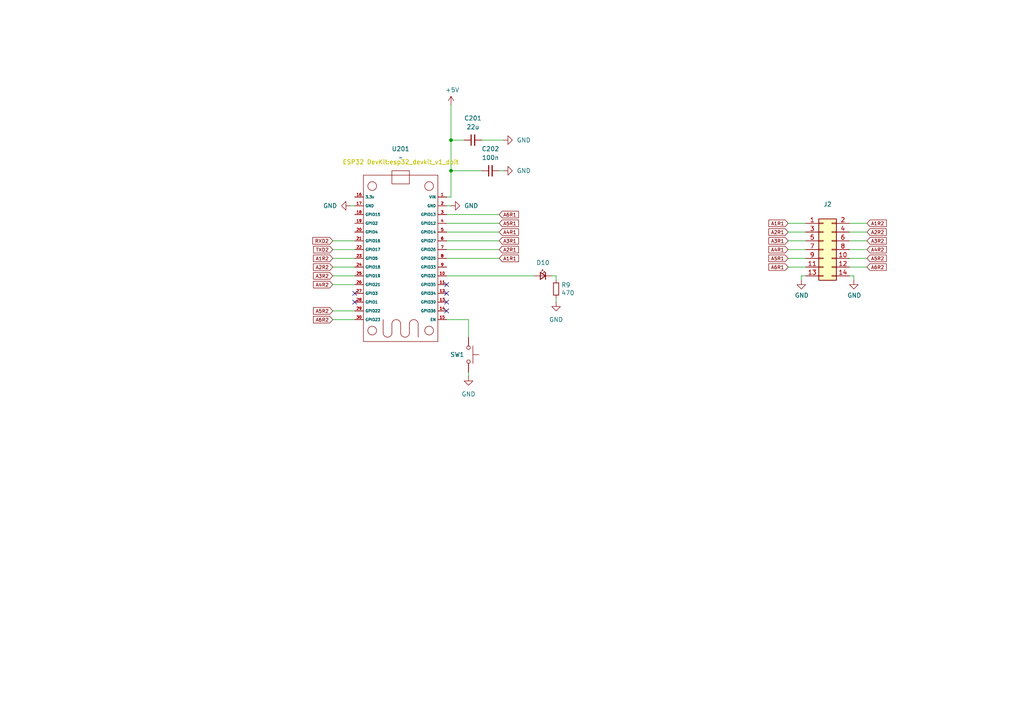
<source format=kicad_sch>
(kicad_sch (version 20250114) (generator "eeschema") (generator_version "9.0")
  (paper "A4")
  (title_block (date "2020-05-17"))
  (lib_symbols
    (symbol "Connector_Generic:Conn_02x07_Odd_Even" (pin_names (offset 1.016) (hide yes))
      (property "Reference" "J" (at 1.27 10.16 0))
      (property "Value" "Conn_02x07_Odd_Even" (at 1.27 -10.16 0))
      (symbol "Conn_02x07_Odd_Even_1_1"
        (rectangle (start -1.27 8.89) (end 3.81 -8.89) (stroke (width 0.254)) (fill (type background)))
        (rectangle (start -1.27 7.747) (end 0 7.493) (stroke (width 0.1524)))
        (rectangle (start -1.27 5.207) (end 0 4.953) (stroke (width 0.1524)))
        (rectangle (start -1.27 2.667) (end 0 2.413) (stroke (width 0.1524)))
        (rectangle (start -1.27 0.127) (end 0 -0.127) (stroke (width 0.1524)))
        (rectangle (start -1.27 -2.413) (end 0 -2.667) (stroke (width 0.1524)))
        (rectangle (start -1.27 -4.953) (end 0 -5.207) (stroke (width 0.1524)))
        (rectangle (start -1.27 -7.493) (end 0 -7.747) (stroke (width 0.1524)))
        (rectangle (start 3.81 7.747) (end 2.54 7.493) (stroke (width 0.1524)))
        (rectangle (start 3.81 5.207) (end 2.54 4.953) (stroke (width 0.1524)))
        (rectangle (start 3.81 2.667) (end 2.54 2.413) (stroke (width 0.1524)))
        (rectangle (start 3.81 0.127) (end 2.54 -0.127) (stroke (width 0.1524)))
        (rectangle (start 3.81 -2.413) (end 2.54 -2.667) (stroke (width 0.1524)))
        (rectangle (start 3.81 -4.953) (end 2.54 -5.207) (stroke (width 0.1524)))
        (rectangle (start 3.81 -7.493) (end 2.54 -7.747) (stroke (width 0.1524)))
        (pin passive line (at -5.08 7.62 0) (length 3.81) (name "Pin_1") (number "1"))
        (pin passive line (at -5.08 5.08 0) (length 3.81) (name "Pin_3") (number "3"))
        (pin passive line (at -5.08 2.54 0) (length 3.81) (name "Pin_5") (number "5"))
        (pin passive line (at -5.08 0 0) (length 3.81) (name "Pin_7") (number "7"))
        (pin passive line (at -5.08 -2.54 0) (length 3.81) (name "Pin_9") (number "9"))
        (pin passive line (at -5.08 -5.08 0) (length 3.81) (name "Pin_11") (number "11"))
        (pin passive line (at -5.08 -7.62 0) (length 3.81) (name "Pin_13") (number "13"))
        (pin passive line (at 7.62 7.62 180) (length 3.81) (name "Pin_2") (number "2"))
        (pin passive line (at 7.62 5.08 180) (length 3.81) (name "Pin_4") (number "4"))
        (pin passive line (at 7.62 2.54 180) (length 3.81) (name "Pin_6") (number "6"))
        (pin passive line (at 7.62 0 180) (length 3.81) (name "Pin_8") (number "8"))
        (pin passive line (at 7.62 -2.54 180) (length 3.81) (name "Pin_10") (number "10"))
        (pin passive line (at 7.62 -5.08 180) (length 3.81) (name "Pin_12") (number "12"))
        (pin passive line (at 7.62 -7.62 180) (length 3.81) (name "Pin_14") (number "14"))
      )
    )
    (symbol "Device:C_Small" (pin_numbers (hide yes)) (pin_names (offset 0.254) (hide yes))
      (property "Reference" "C" (at 0.254 1.778 0))
      (property "Value" "C_Small" (at 0.254 -2.032 0))
      (symbol "C_Small_0_1"
        (polyline (pts (xy -1.524 0.508) (xy 1.524 0.508)) (stroke (width 0.3048)))
        (polyline (pts (xy -1.524 -0.508) (xy 1.524 -0.508)) (stroke (width 0.3302)))
      )
      (symbol "C_Small_1_1"
        (pin passive line (at 0 2.54 270) (length 2.032) (name "~") (number "1"))
        (pin passive line (at 0 -2.54 90) (length 2.032) (name "~") (number "2"))
      )
    )
    (symbol "Device:LED_Small" (pin_numbers (hide yes)) (pin_names (offset 0.254) (hide yes))
      (property "Reference" "D" (at -1.27 3.175 0))
      (property "Value" "LED_Small" (at -4.445 -2.54 0))
      (symbol "LED_Small_0_1"
        (polyline (pts (xy -0.762 -1.016) (xy -0.762 1.016)) (stroke (width 0.254)))
        (polyline (pts (xy 0 0.762) (xy -0.508 1.27) (xy -0.254 1.27) (xy -0.508 1.27) (xy -0.508 1.016)))
        (polyline (pts (xy 0.508 1.27) (xy 0 1.778) (xy 0.254 1.778) (xy 0 1.778) (xy 0 1.524)))
        (polyline (pts (xy 0.762 -1.016) (xy -0.762 0) (xy 0.762 1.016) (xy 0.762 -1.016)) (stroke (width 0.254)))
        (polyline (pts (xy 1.016 0) (xy -0.762 0)))
      )
      (symbol "LED_Small_1_1"
        (pin passive line (at -2.54 0 0) (length 1.778) (name "K") (number "1"))
        (pin passive line (at 2.54 0 180) (length 1.778) (name "A") (number "2"))
      )
    )
    (symbol "Device:R_Small" (pin_numbers (hide yes)) (pin_names (offset 0.254) (hide yes))
      (property "Reference" "R" (at 0.762 0.508 0))
      (property "Value" "R_Small" (at 0.762 -1.016 0))
      (symbol "R_Small_0_1"
        (rectangle (start -0.762 1.778) (end 0.762 -1.778) (stroke (width 0.2032)))
      )
      (symbol "R_Small_1_1"
        (pin passive line (at 0 2.54 270) (length 0.762) (name "~") (number "1"))
        (pin passive line (at 0 -2.54 90) (length 0.762) (name "~") (number "2"))
      )
    )
    (symbol "Switch:SW_Push" (pin_numbers (hide yes)) (pin_names (offset 1.016) (hide yes))
      (property "Reference" "SW" (at 1.27 2.54 0))
      (property "Value" "SW_Push" (at 0 -1.524 0))
      (symbol "SW_Push_0_1"
        (circle (center -2.032 0) (radius 0.508))
        (polyline (pts (xy 0 1.27) (xy 0 3.048)))
        (circle (center 2.032 0) (radius 0.508))
        (polyline (pts (xy 2.54 1.27) (xy -2.54 1.27)))
        (pin passive line (at -5.08 0 0) (length 2.54) (name "1") (number "1"))
        (pin passive line (at 5.08 0 180) (length 2.54) (name "2") (number "2"))
      )
    )
    (symbol "esp32_devkit:ESP32_30Pin"
      (property "Reference" "U" (at 0 0 0))
      (property "Footprint" "ESP32_30pin" (at 0 -2.54 0))
      (symbol "ESP32_30Pin_0_1"
        (rectangle (start -24.13 10.795) (end 24.13 -10.795))
        (polyline (pts (xy -21.59 5.08) (xy -20.32 5.08)))
        (polyline (pts (xy -21.59 2.54) (xy -20.32 2.54)))
        (polyline (pts (xy -21.59 0) (xy -20.32 0)))
        (polyline (pts (xy -21.59 -2.54) (xy -20.32 -2.54)))
        (arc (start -21.5975 2.5325) (mid -22.4933 2.9067) (end -22.8675 3.8025))
        (arc (start -21.5975 -2.5475) (mid -22.4933 -2.1733) (end -22.8675 -1.2775))
        (arc (start -22.86 3.81) (mid -22.4873 4.7073) (end -21.59 5.08))
        (arc (start -22.86 -1.27) (mid -22.4873 -0.3727) (end -21.59 0))
        (circle (center -20.955 8.255) (radius 1.27))
        (circle (center -20.955 -8.255) (radius 1.27))
        (polyline (pts (xy -20.32 5.08) (xy -17.78 5.08)))
        (polyline (pts (xy -20.32 -5.08) (xy -22.86 -5.08)))
        (arc (start -17.7775 1.2675) (mid -18.1502 0.3702) (end -19.0475 -0.0025))
        (arc (start -17.7775 -3.8125) (mid -18.1502 -4.7098) (end -19.0475 -5.0825))
        (arc (start -19.04 2.545) (mid -18.1442 2.1708) (end -17.77 1.275))
        (arc (start -19.04 -2.535) (mid -18.1442 -2.9092) (end -17.77 -3.805))
        (polyline (pts (xy -19.0475 2.5375) (xy -20.3175 2.5375)))
        (polyline (pts (xy -19.0475 -0.0025) (xy -20.3175 -0.0025)))
        (polyline (pts (xy -19.0475 -2.5425) (xy -20.3175 -2.5425)))
        (polyline (pts (xy -19.0475 -5.0825) (xy -20.3175 -5.0825)))
        (circle (center 20.955 8.255) (radius 1.27))
        (circle (center 20.955 -8.255) (radius 1.27))
        (rectangle (start 21.59 2.54) (end 25.4 -2.54))
      )
      (symbol "ESP32_30Pin_1_1"
        (pin bidirectional line (at -17.78 13.335 270) (length 2.54) (name "GPIO23") (number "30"))
        (pin bidirectional line (at -17.78 -13.335 90) (length 2.54) (name "EN") (number "15"))
        (pin bidirectional line (at -15.24 13.335 270) (length 2.54) (name "GPIO22") (number "29"))
        (pin bidirectional line (at -15.24 -13.335 90) (length 2.54) (name "GPIO36") (number "14"))
        (pin bidirectional line (at -12.7 13.335 270) (length 2.54) (name "GPIO1") (number "28"))
        (pin bidirectional line (at -12.7 -13.335 90) (length 2.54) (name "GPIO39") (number "13"))
        (pin bidirectional line (at -10.16 13.335 270) (length 2.54) (name "GPIO3") (number "27"))
        (pin bidirectional line (at -10.16 -13.335 90) (length 2.54) (name "GPIO34") (number "12"))
        (pin bidirectional line (at -7.62 13.335 270) (length 2.54) (name "GPIO21") (number "26"))
        (pin bidirectional line (at -7.62 -13.335 90) (length 2.54) (name "GPIO35") (number "11"))
        (pin bidirectional line (at -5.08 13.335 270) (length 2.54) (name "GPIO19") (number "25"))
        (pin bidirectional line (at -5.08 -13.335 90) (length 2.54) (name "GPIO32") (number "10"))
        (pin bidirectional line (at -2.54 13.335 270) (length 2.54) (name "GPIO18") (number "24"))
        (pin bidirectional line (at -2.54 -13.335 90) (length 2.54) (name "GPIO33") (number "9"))
        (pin bidirectional line (at 0 13.335 270) (length 2.54) (name "GPIO5") (number "23"))
        (pin bidirectional line (at 0 -13.335 90) (length 2.54) (name "GPIO25") (number "8"))
        (pin bidirectional line (at 2.54 13.335 270) (length 2.54) (name "GPIO17") (number "22"))
        (pin bidirectional line (at 2.54 -13.335 90) (length 2.54) (name "GPIO26") (number "7"))
        (pin bidirectional line (at 5.08 13.335 270) (length 2.54) (name "GPIO16") (number "21"))
        (pin bidirectional line (at 5.08 -13.335 90) (length 2.54) (name "GPIO27") (number "6"))
        (pin bidirectional line (at 7.62 13.335 270) (length 2.54) (name "GPIO4") (number "20"))
        (pin bidirectional line (at 7.62 -13.335 90) (length 2.54) (name "GPIO14") (number "5"))
        (pin bidirectional line (at 10.16 13.335 270) (length 2.54) (name "GPIO2") (number "19"))
        (pin bidirectional line (at 10.16 -13.335 90) (length 2.54) (name "GPIO12") (number "4"))
        (pin bidirectional line (at 12.7 13.335 270) (length 2.54) (name "GPIO15") (number "18"))
        (pin bidirectional line (at 12.7 -13.335 90) (length 2.54) (name "GPIO13") (number "3"))
        (pin power_in line (at 15.24 13.335 270) (length 2.54) (name "GND") (number "17"))
        (pin bidirectional line (at 15.24 -13.335 90) (length 2.54) (name "GND") (number "2"))
        (pin output line (at 17.78 13.335 270) (length 2.54) (name "3.3v") (number "16"))
        (pin power_out line (at 17.78 -13.335 90) (length 2.54) (name "VIN") (number "1"))
      )
    )
    (symbol "power:+5V" (power) (pin_names (offset 0))
      (property "Value" "+5V" (at 0 3.556 0))
      (symbol "+5V_0_1"
        (polyline (pts (xy -0.762 1.27) (xy 0 2.54)))
        (polyline (pts (xy 0 2.54) (xy 0.762 1.27)))
        (polyline (pts (xy 0 0) (xy 0 2.54)))
      )
      (symbol "+5V_1_1"
        (pin power_in line (at 0 0 90) (length 0) (hide yes) (name "+5V") (number "1"))
      )
    )
    (symbol "power:GND" (power) (pin_numbers (hide yes)) (pin_names (offset 0) (hide yes))
      (property "Value" "GND" (at 0 -3.81 0))
      (symbol "GND_0_1"
        (polyline (pts (xy 0 0) (xy 0 -1.27) (xy 1.27 -1.27) (xy 0 -2.54) (xy -1.27 -1.27) (xy 0 -1.27)))
      )
      (symbol "GND_1_1"
        (pin power_in line (at 0 0 270) (length 0) (name "~") (number "1"))
      )
    )
  )
  (junction (at 130.81 49.53))
  (junction (at 130.81 40.64))
  (no_connect (at 102.87 87.63))
  (no_connect (at 129.54 82.55))
  (no_connect (at 129.54 87.63))
  (no_connect (at 129.54 90.17))
  (no_connect (at 102.87 85.09))
  (no_connect (at 129.54 85.09))
  (wire (pts (xy 130.81 49.53) (xy 139.7 49.53)))
  (wire (pts (xy 129.54 74.93) (xy 144.78 74.93)))
  (wire (pts (xy 129.54 92.71) (xy 135.89 92.71)))
  (wire (pts (xy 246.38 69.85) (xy 251.46 69.85)))
  (wire (pts (xy 96.52 72.39) (xy 102.87 72.39)))
  (wire (pts (xy 228.6 77.47) (xy 233.68 77.47)))
  (wire (pts (xy 130.81 30.48) (xy 130.81 40.64)))
  (wire (pts (xy 228.6 74.93) (xy 233.68 74.93)))
  (wire (pts (xy 246.38 72.39) (xy 251.46 72.39)))
  (wire (pts (xy 135.89 92.71) (xy 135.89 97.79)))
  (wire (pts (xy 129.54 72.39) (xy 144.78 72.39)))
  (wire (pts (xy 160.02 80.01) (xy 161.29 80.01)))
  (wire (pts (xy 228.6 72.39) (xy 233.68 72.39)))
  (wire (pts (xy 233.68 80.01) (xy 232.41 80.01)))
  (wire (pts (xy 96.52 90.17) (xy 102.87 90.17)))
  (wire (pts (xy 246.38 77.47) (xy 251.46 77.47)))
  (wire (pts (xy 96.52 92.71) (xy 102.87 92.71)))
  (wire (pts (xy 130.81 49.53) (xy 130.81 57.15)))
  (wire (pts (xy 246.38 64.77) (xy 251.46 64.77)))
  (wire (pts (xy 246.38 80.01) (xy 247.65 80.01)))
  (wire (pts (xy 96.52 74.93) (xy 102.87 74.93)))
  (wire (pts (xy 96.52 80.01) (xy 102.87 80.01)))
  (wire (pts (xy 228.6 64.77) (xy 233.68 64.77)))
  (wire (pts (xy 135.89 107.95) (xy 135.89 109.22)))
  (wire (pts (xy 139.7 40.64) (xy 146.05 40.64)))
  (wire (pts (xy 101.6 59.69) (xy 102.87 59.69)))
  (wire (pts (xy 130.81 40.64) (xy 130.81 49.53)))
  (wire (pts (xy 129.54 69.85) (xy 144.78 69.85)))
  (wire (pts (xy 129.54 62.23) (xy 144.78 62.23)))
  (wire (pts (xy 96.52 77.47) (xy 102.87 77.47)))
  (wire (pts (xy 129.54 67.31) (xy 144.78 67.31)))
  (wire (pts (xy 247.65 80.01) (xy 247.65 81.28)))
  (wire (pts (xy 129.54 80.01) (xy 154.94 80.01)))
  (wire (pts (xy 130.81 40.64) (xy 134.62 40.64)))
  (wire (pts (xy 129.54 64.77) (xy 144.78 64.77)))
  (wire (pts (xy 161.29 80.01) (xy 161.29 81.28)))
  (wire (pts (xy 228.6 69.85) (xy 233.68 69.85)))
  (wire (pts (xy 228.6 67.31) (xy 233.68 67.31)))
  (wire (pts (xy 246.38 74.93) (xy 251.46 74.93)))
  (wire (pts (xy 144.78 49.53) (xy 146.05 49.53)))
  (wire (pts (xy 246.38 67.31) (xy 251.46 67.31)))
  (wire (pts (xy 161.29 86.36) (xy 161.29 87.63)))
  (wire (pts (xy 130.81 57.15) (xy 129.54 57.15)))
  (wire (pts (xy 96.52 82.55) (xy 102.87 82.55)))
  (wire (pts (xy 129.54 59.69) (xy 130.81 59.69)))
  (wire (pts (xy 96.52 69.85) (xy 102.87 69.85)))
  (wire (pts (xy 232.41 80.01) (xy 232.41 81.28)))
  (global_label "A4R1" (shape input) (at 228.6 72.39 180) (effects (font (size 0.9906 0.9906))) (property "Intersheetrefs" "${INTERSHEET_REFS}" (effects (hide yes))))
  (global_label "A1R1" (shape input) (at 144.78 74.93 0) (effects (font (size 0.9906 0.9906))) (property "Intersheetrefs" "${INTERSHEET_REFS}" (effects (hide yes))))
  (global_label "A3R1" (shape input) (at 144.78 69.85 0) (effects (font (size 0.9906 0.9906))) (property "Intersheetrefs" "${INTERSHEET_REFS}" (effects (hide yes))))
  (global_label "A3R2" (shape input) (at 251.46 69.85 0) (effects (font (size 0.9906 0.9906))) (property "Intersheetrefs" "${INTERSHEET_REFS}" (effects (hide yes))))
  (global_label "A5R1" (shape input) (at 144.78 64.77 0) (effects (font (size 0.9906 0.9906))) (property "Intersheetrefs" "${INTERSHEET_REFS}" (effects (hide yes))))
  (global_label "A6R1" (shape input) (at 144.78 62.23 0) (effects (font (size 0.9906 0.9906))) (property "Intersheetrefs" "${INTERSHEET_REFS}" (effects (hide yes))))
  (global_label "A4R2" (shape input) (at 96.52 82.55 180) (effects (font (size 0.9906 0.9906))) (property "Intersheetrefs" "${INTERSHEET_REFS}" (effects (hide yes))))
  (global_label "TXD2" (shape input) (at 96.52 72.39 180) (effects (font (size 1 1))) (property "Intersheetrefs" "${INTERSHEET_REFS}" (effects (hide yes))))
  (global_label "A3R1" (shape input) (at 228.6 69.85 180) (effects (font (size 0.9906 0.9906))) (property "Intersheetrefs" "${INTERSHEET_REFS}" (effects (hide yes))))
  (global_label "A2R2" (shape input) (at 96.52 77.47 180) (effects (font (size 0.9906 0.9906))) (property "Intersheetrefs" "${INTERSHEET_REFS}" (effects (hide yes))))
  (global_label "A5R2" (shape input) (at 96.52 90.17 180) (effects (font (size 0.9906 0.9906))) (property "Intersheetrefs" "${INTERSHEET_REFS}" (effects (hide yes))))
  (global_label "A6R2" (shape input) (at 96.52 92.71 180) (effects (font (size 0.9906 0.9906))) (property "Intersheetrefs" "${INTERSHEET_REFS}" (effects (hide yes))))
  (global_label "A2R1" (shape input) (at 144.78 72.39 0) (effects (font (size 0.9906 0.9906))) (property "Intersheetrefs" "${INTERSHEET_REFS}" (effects (hide yes))))
  (global_label "A2R2" (shape input) (at 251.46 67.31 0) (effects (font (size 0.9906 0.9906))) (property "Intersheetrefs" "${INTERSHEET_REFS}" (effects (hide yes))))
  (global_label "A4R2" (shape input) (at 251.46 72.39 0) (effects (font (size 0.9906 0.9906))) (property "Intersheetrefs" "${INTERSHEET_REFS}" (effects (hide yes))))
  (global_label "A1R2" (shape input) (at 251.46 64.77 0) (effects (font (size 0.9906 0.9906))) (property "Intersheetrefs" "${INTERSHEET_REFS}" (effects (hide yes))))
  (global_label "A6R2" (shape input) (at 251.46 77.47 0) (effects (font (size 0.9906 0.9906))) (property "Intersheetrefs" "${INTERSHEET_REFS}" (effects (hide yes))))
  (global_label "A5R1" (shape input) (at 228.6 74.93 180) (effects (font (size 0.9906 0.9906))) (property "Intersheetrefs" "${INTERSHEET_REFS}" (effects (hide yes))))
  (global_label "RXD2" (shape input) (at 96.52 69.85 180) (effects (font (size 1 1))) (property "Intersheetrefs" "${INTERSHEET_REFS}" (effects (hide yes))))
  (global_label "A1R1" (shape input) (at 228.6 64.77 180) (effects (font (size 0.9906 0.9906))) (property "Intersheetrefs" "${INTERSHEET_REFS}" (effects (hide yes))))
  (global_label "A3R2" (shape input) (at 96.52 80.01 180) (effects (font (size 0.9906 0.9906))) (property "Intersheetrefs" "${INTERSHEET_REFS}" (effects (hide yes))))
  (global_label "A2R1" (shape input) (at 228.6 67.31 180) (effects (font (size 0.9906 0.9906))) (property "Intersheetrefs" "${INTERSHEET_REFS}" (effects (hide yes))))
  (global_label "A6R1" (shape input) (at 228.6 77.47 180) (effects (font (size 0.9906 0.9906))) (property "Intersheetrefs" "${INTERSHEET_REFS}" (effects (hide yes))))
  (global_label "A4R1" (shape input) (at 144.78 67.31 0) (effects (font (size 0.9906 0.9906))) (property "Intersheetrefs" "${INTERSHEET_REFS}" (effects (hide yes))))
  (global_label "A1R2" (shape input) (at 96.52 74.93 180) (effects (font (size 0.9906 0.9906))) (property "Intersheetrefs" "${INTERSHEET_REFS}" (effects (hide yes))))
  (global_label "A5R2" (shape input) (at 251.46 74.93 0) (effects (font (size 0.9906 0.9906))) (property "Intersheetrefs" "${INTERSHEET_REFS}" (effects (hide yes))))
  (symbol (lib_id "power:GND") (at 247.65 81.28 0) (unit 1)
    (property "Reference" "#PWR012" (effects (hide yes)))
    (property "Value" "GND" (at 247.777 85.6742 0))
  )
  (symbol (lib_id "power:GND") (at 232.41 81.28 0) (unit 1)
    (property "Reference" "#PWR011" (effects (hide yes)))
    (property "Value" "GND" (at 232.537 85.6742 0))
  )
  (symbol (lib_id "Switch:SW_Push") (at 135.89 102.87 270) (mirror x) (unit 1)
    (property "Reference" "SW1" (at 134.6708 102.87 90) (effects (justify right)))
    (property "Value" "SW_Push" (effects (hide yes)))
    (property "Footprint" "Button_Switch_SMD:SW_SPST_CK_RS282G05A3" (effects (hide yes)))
  )
  (symbol (lib_id "Connector_Generic:Conn_02x07_Odd_Even") (at 238.76 72.39 0) (unit 1)
    (property "Reference" "J2" (at 240.03 59.2582 0))
    (property "Value" "Conn_02x07_Odd_Even" (effects (hide yes)))
    (property "Footprint" "Connector_IDC:IDC-Header_2x07_P2.54mm_Vertical" (effects (hide yes)))
  )
  (symbol (lib_id "esp32_devkit:ESP32_30Pin") (at 116.205 74.93 90) (unit 1)
    (property "Reference" "U201" (at 116.205 43.18 90))
    (property "Value" "~" (at 116.205 45.72 90))
    (property "Footprint" "ESP32 DevKit:esp32_devkit_v1_doit" (at 116.205 46.99 90))
  )
  (symbol (lib_id "power:+5V") (at 130.81 30.48 0) (unit 1)
    (property "Reference" "#PWR036" (effects (hide yes)))
    (property "Value" "+5V" (at 131.191 26.0858 0))
  )
  (symbol (lib_id "Device:C_Small") (at 142.24 49.53 90) (unit 1)
    (property "Reference" "C202" (at 142.2463 43.18 90))
    (property "Value" "100n" (at 142.2463 45.72 90))
    (property "Footprint" "Capacitor_SMD:C_0805_2012Metric_Pad1.18x1.45mm_HandSolder" (effects (hide yes)))
    (property "Description" "Unpolarized capacitor, small symbol" (effects (hide yes)))
  )
  (symbol (lib_id "power:GND") (at 130.81 59.69 90) (unit 1)
    (property "Reference" "#PWR0202" (effects (hide yes)))
    (property "Value" "GND" (at 134.62 59.6899 90) (effects (justify right)))
    (property "Description" "Power symbol creates a global label with name \"GND\" , ground" (effects (hide yes)))
  )
  (symbol (lib_id "power:GND") (at 101.6 59.69 270) (unit 1)
    (property "Reference" "#PWR0201" (effects (hide yes)))
    (property "Value" "GND" (at 97.79 59.6899 90) (effects (justify right)))
    (property "Description" "Power symbol creates a global label with name \"GND\" , ground" (effects (hide yes)))
  )
  (symbol (lib_id "Device:R_Small") (at 161.29 83.82 0) (unit 1)
    (property "Reference" "R9" (at 162.7886 82.6516 0) (effects (justify left)))
    (property "Value" "470" (at 162.7886 84.963 0) (effects (justify left)))
    (property "Footprint" "Resistor_SMD:R_0805_2012Metric_Pad1.20x1.40mm_HandSolder" (effects (hide yes)))
  )
  (symbol (lib_id "Device:LED_Small") (at 157.48 80.01 0) (mirror y) (unit 1)
    (property "Reference" "D10" (at 157.48 76.2 0))
    (property "Value" "LED_Small" (effects (hide yes)))
    (property "Footprint" "LED_SMD:LED_0805_2012Metric_Pad1.15x1.40mm_HandSolder" (effects (hide yes)))
  )
  (symbol (lib_id "power:GND") (at 146.05 49.53 90) (unit 1)
    (property "Reference" "#PWR0204" (effects (hide yes)))
    (property "Value" "GND" (at 149.86 49.5299 90) (effects (justify right)))
    (property "Description" "Power symbol creates a global label with name \"GND\" , ground" (effects (hide yes)))
  )
  (symbol (lib_id "Device:C_Small") (at 137.16 40.64 90) (unit 1)
    (property "Reference" "C201" (at 137.1663 34.29 90))
    (property "Value" "22u" (at 137.1663 36.83 90))
    (property "Footprint" "Capacitor_SMD:C_1206_3216Metric_Pad1.33x1.80mm_HandSolder" (effects (hide yes)))
    (property "Description" "Unpolarized capacitor, small symbol" (effects (hide yes)))
  )
  (symbol (lib_id "power:GND") (at 161.29 87.63 0) (unit 1)
    (property "Reference" "#PWR0206" (effects (hide yes)))
    (property "Value" "GND" (at 161.29 92.71 0))
    (property "Description" "Power symbol creates a global label with name \"GND\" , ground" (effects (hide yes)))
  )
  (symbol (lib_id "power:GND") (at 135.89 109.22 0) (unit 1)
    (property "Reference" "#PWR0203" (effects (hide yes)))
    (property "Value" "GND" (at 135.89 114.3 0))
    (property "Description" "Power symbol creates a global label with name \"GND\" , ground" (effects (hide yes)))
  )
  (symbol (lib_id "power:GND") (at 146.05 40.64 90) (unit 1)
    (property "Reference" "#PWR0205" (effects (hide yes)))
    (property "Value" "GND" (at 149.86 40.6399 90) (effects (justify right)))
    (property "Description" "Power symbol creates a global label with name \"GND\" , ground" (effects (hide yes)))
  )
)
</source>
